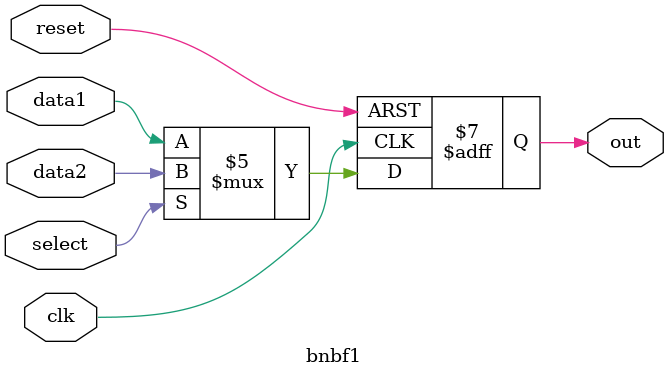
<source format=v>
module bnbf1(input wire clk, input wire reset,input wire data1,input wire data2,input wire select,output reg out);
  always @(posedge clk or posedge reset)begin
    if(reset == 1'b1)begin
      out <= 1'b0;
    end
    else if(select ==1'b0)begin
      out <= data1;
    end
    else begin
      out = data2;
    end
  end//end always
endmodule
</source>
